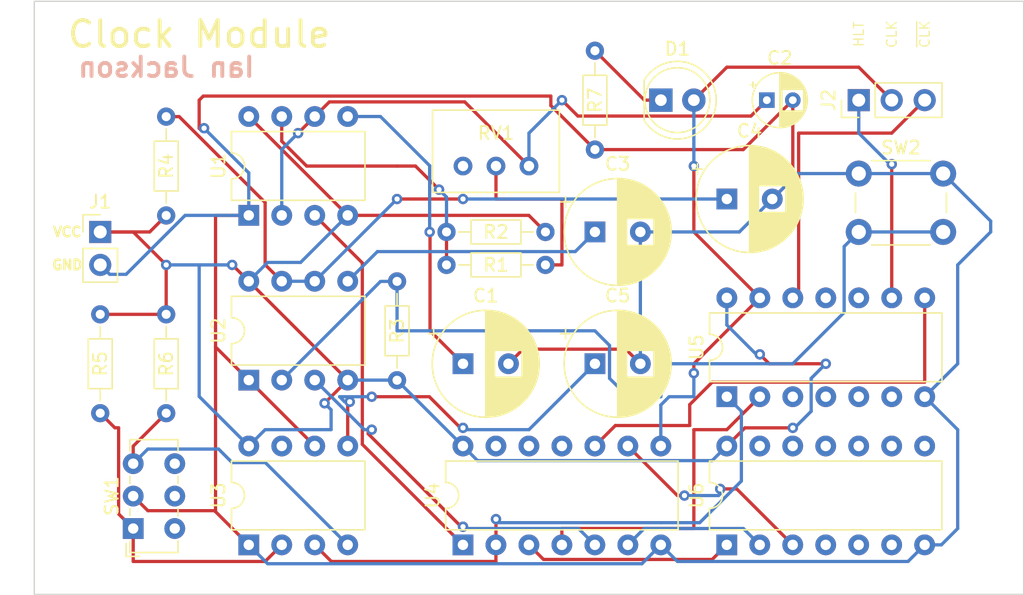
<source format=kicad_pcb>
(kicad_pcb (version 20211014) (generator pcbnew)
  (layers (0 "F.Cu" signal) (31 "B.Cu" signal) (34 "B.Paste" user) (35 "F.Paste" user) (36 "B.SilkS" user "B.Silkscreen") (37 "F.SilkS" user "F.Silkscreen") (38 "B.Mask" user) (39 "F.Mask" user) (44 "Edge.Cuts" user))
  (net 0 "")
  (net 1 "Net-(C1-Pad1)")
  (net 2 "GNDREF")
  (net 3 "Net-(C2-Pad1)")
  (net 4 "Net-(C3-Pad1)")
  (net 5 "Net-(C4-Pad1)")
  (net 6 "Net-(C5-Pad1)")
  (net 7 "Net-(D1-Pad1)")
  (net 8 "/CLK")
  (net 9 "VCC")
  (net 10 "/HLT")
  (net 11 "/~{CLK}")
  (net 12 "Net-(R1-Pad2)")
  (net 13 "Net-(R2-Pad2)")
  (net 14 "Net-(R3-Pad2)")
  (net 15 "Net-(R5-Pad2)")
  (net 16 "Net-(R6-Pad2)")
  (net 18 "Net-(U1-Pad3)")
  (net 19 "Net-(U2-Pad3)")
  (net 20 "Net-(U3-Pad3)")
  (net 22 "Net-(U4-Pad3)")
  (net 23 "Net-(U4-Pad4)")
  (net 24 "Net-(U4-Pad6)")
  (net 25 "Net-(U4-Pad9)")
  (net 26 "Net-(U4-Pad10)")
  (footprint "Resistor_THT:R_Axial_DIN0204_L3.6mm_D1.6mm_P7.62mm_Horizontal" (layer "F.Cu") (at 74.93 76.2 180)
    (fp_text reference "R1" (at 3.81 -2.54) (layer "F.SilkS"))
    (fp_text value "1k")
    (pad "1" thru_hole circle (at 0 0 180) (size 1.4 1.4) (drill 0.7) (layers *.Cu *.Mask) (net 9 "VCC"))
    (pad "2" thru_hole oval (at 7.62 0 180) (size 1.4 1.4) (drill 0.7) (layers *.Cu *.Mask) (net 12 "Net-(R1-Pad2)"))
  )
  (footprint "Package_DIP:DIP-14_W7.62mm" (layer "F.Cu") (at 88.895 100.32 90)
    (fp_text reference "U6" (at 3.81 -2.33 90) (layer "F.SilkS"))
    (fp_text value "74LS32")
    (pad "1" thru_hole rect (at 0 0 90) (size 1.6 1.6) (drill 0.8) (layers *.Cu *.Mask) (net 22 "Net-(U4-Pad3)"))
    (pad "2" thru_hole oval (at 0 2.54 90) (size 1.6 1.6) (drill 0.8) (layers *.Cu *.Mask) (net 24 "Net-(U4-Pad6)"))
    (pad "3" thru_hole oval (at 0 5.08 90) (size 1.6 1.6) (drill 0.8) (layers *.Cu *.Mask) (net 25 "Net-(U4-Pad9)"))
    (pad "4" thru_hole oval (at 0 7.62 90) (size 1.6 1.6) (drill 0.8) (layers *.Cu *.Mask))
    (pad "5" thru_hole oval (at 0 10.16 90) (size 1.6 1.6) (drill 0.8) (layers *.Cu *.Mask))
    (pad "6" thru_hole oval (at 0 12.7 90) (size 1.6 1.6) (drill 0.8) (layers *.Cu *.Mask))
    (pad "7" thru_hole oval (at 0 15.24 90) (size 1.6 1.6) (drill 0.8) (layers *.Cu *.Mask) (net 2 "GNDREF"))
    (pad "8" thru_hole oval (at 7.62 15.24 90) (size 1.6 1.6) (drill 0.8) (layers *.Cu *.Mask))
    (pad "9" thru_hole oval (at 7.62 12.7 90) (size 1.6 1.6) (drill 0.8) (layers *.Cu *.Mask))
    (pad "10" thru_hole oval (at 7.62 10.16 90) (size 1.6 1.6) (drill 0.8) (layers *.Cu *.Mask))
    (pad "11" thru_hole oval (at 7.62 7.62 90) (size 1.6 1.6) (drill 0.8) (layers *.Cu *.Mask))
    (pad "12" thru_hole oval (at 7.62 5.08 90) (size 1.6 1.6) (drill 0.8) (layers *.Cu *.Mask))
    (pad "13" thru_hole oval (at 7.62 2.54 90) (size 1.6 1.6) (drill 0.8) (layers *.Cu *.Mask))
    (pad "14" thru_hole oval (at 7.62 0 90) (size 1.6 1.6) (drill 0.8) (layers *.Cu *.Mask) (net 9 "VCC"))
  )
  (footprint "Resistor_THT:R_Axial_DIN0204_L3.6mm_D1.6mm_P7.62mm_Horizontal" (layer "F.Cu") (at 40.64 82.55 -90)
    (fp_text reference "R5" (at 3.81 0 90) (layer "F.SilkS"))
    (fp_text value "1k")
    (pad "1" thru_hole circle (at 0 0 270) (size 1.4 1.4) (drill 0.7) (layers *.Cu *.Mask) (net 9 "VCC"))
    (pad "2" thru_hole oval (at 7.62 0 270) (size 1.4 1.4) (drill 0.7) (layers *.Cu *.Mask) (net 15 "Net-(R5-Pad2)"))
  )
  (footprint "Capacitor_THT:CP_Radial_D8.0mm_P3.50mm" (layer "F.Cu") (at 88.9 73.66)
    (fp_text reference "C4" (at 1.75 -5.25) (layer "F.SilkS"))
    (fp_text value "0.01µF")
    (pad "1" thru_hole rect (at 0 0) (size 1.6 1.6) (drill 0.8) (layers *.Cu *.Mask) (net 5 "Net-(C4-Pad1)"))
    (pad "2" thru_hole circle (at 3.5 0) (size 1.6 1.6) (drill 0.8) (layers *.Cu *.Mask) (net 2 "GNDREF"))
  )
  (footprint "Package_DIP:DIP-8_W7.62mm" (layer "F.Cu") (at 52.08 100.32 90)
    (fp_text reference "U3" (at 3.81 -2.33 90) (layer "F.SilkS"))
    (fp_text value "LM555xN")
    (pad "1" thru_hole rect (at 0 0 90) (size 1.6 1.6) (drill 0.8) (layers *.Cu *.Mask) (net 2 "GNDREF"))
    (pad "2" thru_hole oval (at 0 2.54 90) (size 1.6 1.6) (drill 0.8) (layers *.Cu *.Mask) (net 15 "Net-(R5-Pad2)"))
    (pad "3" thru_hole oval (at 0 5.08 90) (size 1.6 1.6) (drill 0.8) (layers *.Cu *.Mask) (net 20 "Net-(U3-Pad3)"))
    (pad "4" thru_hole oval (at 0 7.62 90) (size 1.6 1.6) (drill 0.8) (layers *.Cu *.Mask) (net 16 "Net-(R6-Pad2)"))
    (pad "5" thru_hole oval (at 7.62 7.62 90) (size 1.6 1.6) (drill 0.8) (layers *.Cu *.Mask) (net 6 "Net-(C5-Pad1)"))
    (pad "6" thru_hole oval (at 7.62 5.08 90) (size 1.6 1.6) (drill 0.8) (layers *.Cu *.Mask) (net 2 "GNDREF"))
    (pad "7" thru_hole oval (at 7.62 2.54 90) (size 1.6 1.6) (drill 0.8) (layers *.Cu *.Mask))
    (pad "8" thru_hole oval (at 7.62 0 90) (size 1.6 1.6) (drill 0.8) (layers *.Cu *.Mask) (net 9 "VCC"))
  )
  (footprint "Resistor_THT:R_Axial_DIN0204_L3.6mm_D1.6mm_P7.62mm_Horizontal" (layer "F.Cu") (at 45.72 74.93 90)
    (fp_text reference "R4" (at 3.81 0 90) (layer "F.SilkS"))
    (fp_text value "1M")
    (pad "1" thru_hole circle (at 0 0 90) (size 1.4 1.4) (drill 0.7) (layers *.Cu *.Mask) (net 9 "VCC"))
    (pad "2" thru_hole oval (at 7.62 0 90) (size 1.4 1.4) (drill 0.7) (layers *.Cu *.Mask) (net 5 "Net-(C4-Pad1)"))
  )
  (footprint "Connector_PinHeader_2.54mm:PinHeader_1x03_P2.54mm_Vertical" (layer "F.Cu") (at 99.06 66.04 90)
    (fp_text reference "J2" (at 0 -2.33 90) (layer "F.SilkS"))
    (fp_text value "Conn_01x03_Female")
    (pad "1" thru_hole rect (at 0 0 90) (size 1.7 1.7) (drill 1) (layers *.Cu *.Mask) (net 10 "/HLT"))
    (pad "2" thru_hole oval (at 0 2.54 90) (size 1.7 1.7) (drill 1) (layers *.Cu *.Mask) (net 8 "/CLK"))
    (pad "3" thru_hole oval (at 0 5.08 90) (size 1.7 1.7) (drill 1) (layers *.Cu *.Mask) (net 11 "/~{CLK}"))
  )
  (footprint "Package_DIP:DIP-8_W7.62mm" (layer "F.Cu") (at 52.08 87.62 90)
    (fp_text reference "U2" (at 3.81 -2.33 90) (layer "F.SilkS"))
    (fp_text value "LM555xN")
    (pad "1" thru_hole rect (at 0 0 90) (size 1.6 1.6) (drill 0.8) (layers *.Cu *.Mask) (net 2 "GNDREF"))
    (pad "2" thru_hole oval (at 0 2.54 90) (size 1.6 1.6) (drill 0.8) (layers *.Cu *.Mask) (net 14 "Net-(R3-Pad2)"))
    (pad "3" thru_hole oval (at 0 5.08 90) (size 1.6 1.6) (drill 0.8) (layers *.Cu *.Mask) (net 19 "Net-(U2-Pad3)"))
    (pad "4" thru_hole oval (at 0 7.62 90) (size 1.6 1.6) (drill 0.8) (layers *.Cu *.Mask) (net 9 "VCC"))
    (pad "5" thru_hole oval (at 7.62 7.62 90) (size 1.6 1.6) (drill 0.8) (layers *.Cu *.Mask) (net 4 "Net-(C3-Pad1)"))
    (pad "6" thru_hole oval (at 7.62 5.08 90) (size 1.6 1.6) (drill 0.8) (layers *.Cu *.Mask) (net 5 "Net-(C4-Pad1)"))
    (pad "7" thru_hole oval (at 7.62 2.54 90) (size 1.6 1.6) (drill 0.8) (layers *.Cu *.Mask) (net 5 "Net-(C4-Pad1)"))
    (pad "8" thru_hole oval (at 7.62 0 90) (size 1.6 1.6) (drill 0.8) (layers *.Cu *.Mask) (net 9 "VCC"))
  )
  (footprint "Resistor_THT:R_Axial_DIN0204_L3.6mm_D1.6mm_P7.62mm_Horizontal" (layer "F.Cu") (at 67.31 78.74)
    (fp_text reference "R2" (at 3.81 -2.54) (layer "F.SilkS"))
    (fp_text value "1k")
    (pad "1" thru_hole circle (at 0 0) (size 1.4 1.4) (drill 0.7) (layers *.Cu *.Mask) (net 12 "Net-(R1-Pad2)"))
    (pad "2" thru_hole oval (at 7.62 0) (size 1.4 1.4) (drill 0.7) (layers *.Cu *.Mask) (net 13 "Net-(R2-Pad2)"))
  )
  (footprint "Package_DIP:DIP-8_W7.62mm" (layer "F.Cu") (at 52.08 74.92 90)
    (fp_text reference "U1" (at 3.81 -2.33 90) (layer "F.SilkS"))
    (fp_text value "LM555xN")
    (pad "1" thru_hole rect (at 0 0 90) (size 1.6 1.6) (drill 0.8) (layers *.Cu *.Mask) (net 2 "GNDREF"))
    (pad "2" thru_hole oval (at 0 2.54 90) (size 1.6 1.6) (drill 0.8) (layers *.Cu *.Mask) (net 3 "Net-(C2-Pad1)"))
    (pad "3" thru_hole oval (at 0 5.08 90) (size 1.6 1.6) (drill 0.8) (layers *.Cu *.Mask) (net 18 "Net-(U1-Pad3)"))
    (pad "4" thru_hole oval (at 0 7.62 90) (size 1.6 1.6) (drill 0.8) (layers *.Cu *.Mask) (net 9 "VCC"))
    (pad "5" thru_hole oval (at 7.62 7.62 90) (size 1.6 1.6) (drill 0.8) (layers *.Cu *.Mask) (net 1 "Net-(C1-Pad1)"))
    (pad "6" thru_hole oval (at 7.62 5.08 90) (size 1.6 1.6) (drill 0.8) (layers *.Cu *.Mask) (net 3 "Net-(C2-Pad1)"))
    (pad "7" thru_hole oval (at 7.62 2.54 90) (size 1.6 1.6) (drill 0.8) (layers *.Cu *.Mask) (net 12 "Net-(R1-Pad2)"))
    (pad "8" thru_hole oval (at 7.62 0 90) (size 1.6 1.6) (drill 0.8) (layers *.Cu *.Mask) (net 9 "VCC"))
  )
  (footprint "Potentiometer_THT:Potentiometer_Bourns_3299W_Vertical" (layer "F.Cu") (at 68.58 71.12 180)
    (fp_text reference "RV1" (at -2.54 2.54) (layer "F.SilkS"))
    (fp_text value "R_Potentiometer")
    (pad "1" thru_hole circle (at 0 0 180) (size 1.44 1.44) (drill 0.8) (layers *.Cu *.Mask))
    (pad "2" thru_hole circle (at -2.54 0 180) (size 1.44 1.44) (drill 0.8) (layers *.Cu *.Mask) (net 13 "Net-(R2-Pad2)"))
    (pad "3" thru_hole circle (at -5.08 0 180) (size 1.44 1.44) (drill 0.8) (layers *.Cu *.Mask) (net 3 "Net-(C2-Pad1)"))
  )
  (footprint "Connector_PinHeader_2.54mm:PinHeader_1x02_P2.54mm_Vertical" (layer "F.Cu") (at 40.64 76.2)
    (fp_text reference "J1" (at 0 -2.33) (layer "F.SilkS"))
    (fp_text value "Conn_01x02_Female")
    (pad "1" thru_hole rect (at 0 0) (size 1.7 1.7) (drill 1) (layers *.Cu *.Mask) (net 9 "VCC"))
    (pad "2" thru_hole oval (at 0 2.54) (size 1.7 1.7) (drill 1) (layers *.Cu *.Mask) (net 2 "GNDREF"))
  )
  (footprint "Capacitor_THT:CP_Radial_D8.0mm_P3.50mm" (layer "F.Cu") (at 68.58 86.36)
    (fp_text reference "C1" (at 1.75 -5.25) (layer "F.SilkS"))
    (fp_text value "0.01µF")
    (pad "1" thru_hole rect (at 0 0) (size 1.6 1.6) (drill 0.8) (layers *.Cu *.Mask) (net 1 "Net-(C1-Pad1)"))
    (pad "2" thru_hole circle (at 3.5 0) (size 1.6 1.6) (drill 0.8) (layers *.Cu *.Mask) (net 2 "GNDREF"))
  )
  (footprint "LED_THT:LED_D5.0mm" (layer "F.Cu") (at 83.82 66.04)
    (fp_text reference "D1" (at 1.27 -3.96) (layer "F.SilkS"))
    (fp_text value "LED")
    (pad "1" thru_hole rect (at 0 0) (size 1.8 1.8) (drill 0.9) (layers *.Cu *.Mask) (net 7 "Net-(D1-Pad1)"))
    (pad "2" thru_hole circle (at 2.54 0) (size 1.8 1.8) (drill 0.9) (layers *.Cu *.Mask) (net 8 "/CLK"))
  )
  (footprint "Package_DIP:DIP-14_W7.62mm" (layer "F.Cu") (at 88.9 88.9 90)
    (fp_text reference "U5" (at 3.81 -2.33 90) (layer "F.SilkS"))
    (fp_text value "74LS04")
    (pad "1" thru_hole rect (at 0 0 90) (size 1.6 1.6) (drill 0.8) (layers *.Cu *.Mask) (net 20 "Net-(U3-Pad3)"))
    (pad "2" thru_hole oval (at 0 2.54 90) (size 1.6 1.6) (drill 0.8) (layers *.Cu *.Mask) (net 23 "Net-(U4-Pad4)"))
    (pad "3" thru_hole oval (at 0 5.08 90) (size 1.6 1.6) (drill 0.8) (layers *.Cu *.Mask))
    (pad "4" thru_hole oval (at 0 7.62 90) (size 1.6 1.6) (drill 0.8) (layers *.Cu *.Mask))
    (pad "5" thru_hole oval (at 0 10.16 90) (size 1.6 1.6) (drill 0.8) (layers *.Cu *.Mask))
    (pad "6" thru_hole oval (at 0 12.7 90) (size 1.6 1.6) (drill 0.8) (layers *.Cu *.Mask))
    (pad "7" thru_hole oval (at 0 15.24 90) (size 1.6 1.6) (drill 0.8) (layers *.Cu *.Mask) (net 2 "GNDREF"))
    (pad "8" thru_hole oval (at 7.62 15.24 90) (size 1.6 1.6) (drill 0.8) (layers *.Cu *.Mask) (net 26 "Net-(U4-Pad10)"))
    (pad "9" thru_hole oval (at 7.62 12.7 90) (size 1.6 1.6) (drill 0.8) (layers *.Cu *.Mask) (net 10 "/HLT"))
    (pad "10" thru_hole oval (at 7.62 10.16 90) (size 1.6 1.6) (drill 0.8) (layers *.Cu *.Mask))
    (pad "11" thru_hole oval (at 7.62 7.62 90) (size 1.6 1.6) (drill 0.8) (layers *.Cu *.Mask))
    (pad "12" thru_hole oval (at 7.62 5.08 90) (size 1.6 1.6) (drill 0.8) (layers *.Cu *.Mask) (net 11 "/~{CLK}"))
    (pad "13" thru_hole oval (at 7.62 2.54 90) (size 1.6 1.6) (drill 0.8) (layers *.Cu *.Mask) (net 8 "/CLK"))
    (pad "14" thru_hole oval (at 7.62 0 90) (size 1.6 1.6) (drill 0.8) (layers *.Cu *.Mask) (net 9 "VCC"))
  )
  (footprint "Resistor_THT:R_Axial_DIN0204_L3.6mm_D1.6mm_P7.62mm_Horizontal" (layer "F.Cu") (at 45.72 82.55 -90)
    (fp_text reference "R6" (at 3.81 0 90) (layer "F.SilkS"))
    (fp_text value "1k")
    (pad "1" thru_hole circle (at 0 0 270) (size 1.4 1.4) (drill 0.7) (layers *.Cu *.Mask) (net 9 "VCC"))
    (pad "2" thru_hole oval (at 7.62 0 270) (size 1.4 1.4) (drill 0.7) (layers *.Cu *.Mask) (net 16 "Net-(R6-Pad2)"))
  )
  (footprint "Package_DIP:DIP-14_W7.62mm" (layer "F.Cu") (at 68.575 100.32 90)
    (fp_text reference "U4" (at 3.81 -2.33 90) (layer "F.SilkS"))
    (fp_text value "74LS08")
    (pad "1" thru_hole rect (at 0 0 90) (size 1.6 1.6) (drill 0.8) (layers *.Cu *.Mask) (net 18 "Net-(U1-Pad3)"))
    (pad "2" thru_hole oval (at 0 2.54 90) (size 1.6 1.6) (drill 0.8) (layers *.Cu *.Mask) (net 20 "Net-(U3-Pad3)"))
    (pad "3" thru_hole oval (at 0 5.08 90) (size 1.6 1.6) (drill 0.8) (layers *.Cu *.Mask) (net 22 "Net-(U4-Pad3)"))
    (pad "4" thru_hole oval (at 0 7.62 90) (size 1.6 1.6) (drill 0.8) (layers *.Cu *.Mask) (net 23 "Net-(U4-Pad4)"))
    (pad "5" thru_hole oval (at 0 10.16 90) (size 1.6 1.6) (drill 0.8) (layers *.Cu *.Mask) (net 19 "Net-(U2-Pad3)"))
    (pad "6" thru_hole oval (at 0 12.7 90) (size 1.6 1.6) (drill 0.8) (layers *.Cu *.Mask) (net 24 "Net-(U4-Pad6)"))
    (pad "7" thru_hole oval (at 0 15.24 90) (size 1.6 1.6) (drill 0.8) (layers *.Cu *.Mask) (net 2 "GNDREF"))
    (pad "8" thru_hole oval (at 7.62 15.24 90) (size 1.6 1.6) (drill 0.8) (layers *.Cu *.Mask) (net 8 "/CLK"))
    (pad "9" thru_hole oval (at 7.62 12.7 90) (size 1.6 1.6) (drill 0.8) (layers *.Cu *.Mask) (net 25 "Net-(U4-Pad9)"))
    (pad "10" thru_hole oval (at 7.62 10.16 90) (size 1.6 1.6) (drill 0.8) (layers *.Cu *.Mask) (net 26 "Net-(U4-Pad10)"))
    (pad "11" thru_hole oval (at 7.62 7.62 90) (size 1.6 1.6) (drill 0.8) (layers *.Cu *.Mask))
    (pad "12" thru_hole oval (at 7.62 5.08 90) (size 1.6 1.6) (drill 0.8) (layers *.Cu *.Mask))
    (pad "13" thru_hole oval (at 7.62 2.54 90) (size 1.6 1.6) (drill 0.8) (layers *.Cu *.Mask))
    (pad "14" thru_hole oval (at 7.62 0 90) (size 1.6 1.6) (drill 0.8) (layers *.Cu *.Mask) (net 9 "VCC"))
  )
  (footprint "Button_Switch_THT:SW_E-Switch_EG1271_DPDT" (layer "F.Cu") (at 43.18 99.06 90)
    (fp_text reference "SW1" (at 2.5 -1.65 90) (layer "F.SilkS"))
    (fp_text value "SW_DPDT_x2")
    (pad "1" thru_hole rect (at 0 0 90) (size 1.6 1.6) (drill 0.8) (layers *.Cu *.Mask) (net 15 "Net-(R5-Pad2)"))
    (pad "2" thru_hole circle (at 2.5 0 90) (size 1.6 1.6) (drill 0.8) (layers *.Cu *.Mask) (net 2 "GNDREF"))
    (pad "3" thru_hole circle (at 5 0 90) (size 1.6 1.6) (drill 0.8) (layers *.Cu *.Mask) (net 16 "Net-(R6-Pad2)"))
    (pad "4" thru_hole circle (at 0 3.2 90) (size 1.6 1.6) (drill 0.8) (layers *.Cu *.Mask))
    (pad "5" thru_hole circle (at 2.5 3.2 90) (size 1.6 1.6) (drill 0.8) (layers *.Cu *.Mask))
    (pad "6" thru_hole circle (at 5 3.2 90) (size 1.6 1.6) (drill 0.8) (layers *.Cu *.Mask))
  )
  (footprint "Capacitor_THT:CP_Radial_D4.0mm_P2.00mm" (layer "F.Cu") (at 91.98 66.04)
    (fp_text reference "C2" (at 1 -3.25) (layer "F.SilkS"))
    (fp_text value "1µF")
    (pad "1" thru_hole rect (at 0 0) (size 1.2 1.2) (drill 0.6) (layers *.Cu *.Mask) (net 3 "Net-(C2-Pad1)"))
    (pad "2" thru_hole circle (at 2 0) (size 1.2 1.2) (drill 0.6) (layers *.Cu *.Mask) (net 2 "GNDREF"))
  )
  (footprint "Capacitor_THT:CP_Radial_D8.0mm_P3.50mm" (layer "F.Cu") (at 78.74 86.36)
    (fp_text reference "C5" (at 1.75 -5.25) (layer "F.SilkS"))
    (fp_text value "0.01µF")
    (pad "1" thru_hole rect (at 0 0) (size 1.6 1.6) (drill 0.8) (layers *.Cu *.Mask) (net 6 "Net-(C5-Pad1)"))
    (pad "2" thru_hole circle (at 3.5 0) (size 1.6 1.6) (drill 0.8) (layers *.Cu *.Mask) (net 2 "GNDREF"))
  )
  (footprint "Resistor_THT:R_Axial_DIN0204_L3.6mm_D1.6mm_P7.62mm_Horizontal" (layer "F.Cu") (at 63.5 87.63 90)
    (fp_text reference "R3" (at 3.81 0 90) (layer "F.SilkS"))
    (fp_text value "1k")
    (pad "1" thru_hole circle (at 0 0 90) (size 1.4 1.4) (drill 0.7) (layers *.Cu *.Mask) (net 9 "VCC"))
    (pad "2" thru_hole oval (at 7.62 0 90) (size 1.4 1.4) (drill 0.7) (layers *.Cu *.Mask) (net 14 "Net-(R3-Pad2)"))
  )
  (footprint "Button_Switch_THT:SW_PUSH_6mm_H7.3mm" (layer "F.Cu") (at 99.06 71.7)
    (fp_text reference "SW2" (at 3.25 -2) (layer "F.SilkS"))
    (fp_text value "SW_Push")
    (pad "1" thru_hole circle (at 6.5 0 90) (size 2 2) (drill 1.1) (layers *.Cu *.Mask) (net 2 "GNDREF"))
    (pad "1" thru_hole circle (at 0 0 90) (size 2 2) (drill 1.1) (layers *.Cu *.Mask) (net 2 "GNDREF"))
    (pad "2" thru_hole circle (at 6.5 4.5 90) (size 2 2) (drill 1.1) (layers *.Cu *.Mask) (net 14 "Net-(R3-Pad2)"))
    (pad "2" thru_hole circle (at 0 4.5 90) (size 2 2) (drill 1.1) (layers *.Cu *.Mask) (net 14 "Net-(R3-Pad2)"))
  )
  (footprint "Capacitor_THT:CP_Radial_D8.0mm_P3.50mm" (layer "F.Cu") (at 78.74 76.2)
    (fp_text reference "C3" (at 1.75 -5.25) (layer "F.SilkS"))
    (fp_text value "0.01µF")
    (pad "1" thru_hole rect (at 0 0) (size 1.6 1.6) (drill 0.8) (layers *.Cu *.Mask) (net 4 "Net-(C3-Pad1)"))
    (pad "2" thru_hole circle (at 3.5 0) (size 1.6 1.6) (drill 0.8) (layers *.Cu *.Mask) (net 2 "GNDREF"))
  )
  (footprint "Resistor_THT:R_Axial_DIN0204_L3.6mm_D1.6mm_P7.62mm_Horizontal" (layer "F.Cu") (at 78.74 62.23 -90)
    (fp_text reference "R7" (at 3.81 0 90) (layer "F.SilkS"))
    (fp_text value "220")
    (pad "1" thru_hole circle (at 0 0 270) (size 1.4 1.4) (drill 0.7) (layers *.Cu *.Mask) (net 7 "Net-(D1-Pad1)"))
    (pad "2" thru_hole oval (at 7.62 0 270) (size 1.4 1.4) (drill 0.7) (layers *.Cu *.Mask) (net 2 "GNDREF"))
  )
  (gr_line (start 35.56 58.42) (end 111.76 58.42) (layer "Edge.Cuts") (width 0.1))
  (gr_line (start 35.56 104.14) (end 35.56 58.42) (layer "Edge.Cuts") (width 0.1))
  (gr_line (start 111.76 104.14) (end 35.56 104.14) (layer "Edge.Cuts") (width 0.1))
  (gr_line (start 111.76 58.42) (end 111.76 104.14) (layer "Edge.Cuts") (width 0.1))
  (gr_text "Ian Jackson" (at 45.72 63.5) (layer "B.SilkS") (effects (font (size 1.5 1.5) (thickness 0.3)) (justify mirror)))
  (gr_text "Clock Module" (at 48.26 60.96) (layer "F.SilkS") (effects (font (size 2 2) (thickness 0.3))))
  (gr_text "CLK" (at 101.6 60.96 90) (layer "F.SilkS") (effects (font (size 0.75 0.75) (thickness 0.1))))
  (gr_text "VCC" (at 38.1 76.2) (layer "F.SilkS") (effects (font (size 0.75 0.75) (thickness 0.1875))))
  (gr_text "HLT" (at 99.06 60.96 90) (layer "F.SilkS") (effects (font (size 0.75 0.75) (thickness 0.1))))
  (gr_text "~{CLK}" (at 104.14 60.96 90) (layer "F.SilkS") (effects (font (size 0.75 0.75) (thickness 0.1))))
  (gr_text "GND" (at 38.1 78.74) (layer "F.SilkS") (effects (font (size 0.75 0.75) (thickness 0.1875))))
  (segment (start 66.04 83.82) (end 66.04 76.2) (width 0.25) (layer "F.Cu") (net 1))
  (segment (start 68.58 86.36) (end 66.04 83.82) (width 0.25) (layer "F.Cu") (net 1))
  (segment (start 66.04 76.2) (end 66.010497 76.2) (width 0.25) (layer "F.Cu") (net 1))
  (via (at 66.010497 76.2) (size 0.8) (drill 0.4) (layers "F.Cu" "B.Cu") (net 1))
  (segment (start 66.010497 71.090497) (end 62.22 67.3) (width 0.25) (layer "B.Cu") (net 1))
  (segment (start 62.22 67.3) (end 59.7 67.3) (width 0.25) (layer "B.Cu") (net 1))
  (segment (start 66.010497 76.2) (end 66.010497 71.090497) (width 0.25) (layer "B.Cu") (net 1))
  (segment (start 52.08 100.32) (end 49.52 97.76) (width 0.25) (layer "F.Cu") (net 2))
  (segment (start 48.443198 68.396802) (end 48.6373 68.2027) (width 0.25) (layer "F.Cu") (net 2))
  (segment (start 73.205 85.235) (end 72.08 86.36) (width 0.25) (layer "F.Cu") (net 2))
  (segment (start 49.52 74.92) (end 52.08 74.92) (width 0.25) (layer "F.Cu") (net 2))
  (segment (start 49.445 97.685) (end 49.52 97.76) (width 0.25) (layer "F.Cu") (net 2))
  (segment (start 52.08 87.62) (end 57.16 92.7) (width 0.25) (layer "F.Cu") (net 2))
  (segment (start 43.18 96.56) (end 44.305 97.685) (width 0.25) (layer "F.Cu") (net 2))
  (segment (start 93.98 72.08) (end 92.4 73.66) (width 0.25) (layer "F.Cu") (net 2))
  (segment (start 93.98 66.04) (end 90.17 69.85) (width 0.25) (layer "F.Cu") (net 2))
  (segment (start 81.115 85.235) (end 73.205 85.235) (width 0.25) (layer "F.Cu") (net 2))
  (segment (start 90.17 69.85) (end 78.74 69.85) (width 0.25) (layer "F.Cu") (net 2))
  (segment (start 75.345 65.725) (end 48.575 65.725) (width 0.25) (layer "F.Cu") (net 2))
  (segment (start 48.26 68.213604) (end 48.443198 68.396802) (width 0.25) (layer "F.Cu") (net 2))
  (segment (start 48.575 65.725) (end 48.26 66.04) (width 0.25) (layer "F.Cu") (net 2))
  (segment (start 44.305 97.685) (end 49.445 97.685) (width 0.25) (layer "F.Cu") (net 2))
  (segment (start 82.24 86.36) (end 81.115 85.235) (width 0.25) (layer "F.Cu") (net 2))
  (segment (start 52.08 87.62) (end 49.52 85.06) (width 0.25) (layer "F.Cu") (net 2))
  (segment (start 49.52 85.06) (end 49.52 74.92) (width 0.25) (layer "F.Cu") (net 2))
  (segment (start 49.52 97.76) (end 49.52 85.06) (width 0.25) (layer "F.Cu") (net 2))
  (segment (start 48.26 66.04) (end 48.26 68.213604) (width 0.25) (layer "F.Cu") (net 2))
  (segment (start 78.74 69.85) (end 75.345 66.455) (width 0.25) (layer "F.Cu") (net 2))
  (segment (start 75.345 66.455) (end 75.345 65.725) (width 0.25) (layer "F.Cu") (net 2))
  (segment (start 93.98 66.04) (end 93.98 72.08) (width 0.25) (layer "F.Cu") (net 2))
  (via (at 48.6373 68.2027) (size 0.8) (drill 0.4) (layers "F.Cu" "B.Cu") (net 2))
  (segment (start 82.361399 101.773601) (end 53.533601 101.773601) (width 0.25) (layer "B.Cu") (net 2))
  (segment (start 52.08 71.6454) (end 52.08 74.92) (width 0.25) (layer "B.Cu") (net 2))
  (segment (start 106.68 99.06) (end 106.68 91.44) (width 0.25) (layer "B.Cu") (net 2))
  (segment (start 104.135 100.32) (end 105.42 100.32) (width 0.25) (layer "B.Cu") (net 2))
  (segment (start 42.634569 79.465) (end 47.179569 74.92) (width 0.25) (layer "B.Cu") (net 2))
  (segment (start 104.14 88.9) (end 106.68 86.36) (width 0.25) (layer "B.Cu") (net 2))
  (segment (start 40.64 78.74) (end 41.365 79.465) (width 0.25) (layer "B.Cu") (net 2))
  (segment (start 102.855 101.6) (end 85.095 101.6) (width 0.25) (layer "B.Cu") (net 2))
  (segment (start 105.56 71.7) (end 99.06 71.7) (width 0.25) (layer "B.Cu") (net 2))
  (segment (start 106.68 91.44) (end 104.14 88.9) (width 0.25) (layer "B.Cu") (net 2))
  (segment (start 92.4 73.66) (end 89.86 76.2) (width 0.25) (layer "B.Cu") (net 2))
  (segment (start 85.095 101.6) (end 83.815 100.32) (width 0.25) (layer "B.Cu") (net 2))
  (segment (start 89.86 76.2) (end 82.24 76.2) (width 0.25) (layer "B.Cu") (net 2))
  (segment (start 104.135 100.32) (end 102.855 101.6) (width 0.25) (layer "B.Cu") (net 2))
  (segment (start 47.179569 74.92) (end 52.08 74.92) (width 0.25) (layer "B.Cu") (net 2))
  (segment (start 41.365 79.465) (end 42.634569 79.465) (width 0.25) (layer "B.Cu") (net 2))
  (segment (start 99.06 71.7) (end 94.36 71.7) (width 0.25) (layer "B.Cu") (net 2))
  (segment (start 82.24 86.36) (end 82.24 76.2) (width 0.25) (layer "B.Cu") (net 2))
  (segment (start 83.815 100.32) (end 82.361399 101.773601) (width 0.25) (layer "B.Cu") (net 2))
  (segment (start 48.6373 68.2027) (end 52.08 71.6454) (width 0.25) (layer "B.Cu") (net 2))
  (segment (start 94.36 71.7) (end 92.4 73.66) (width 0.25) (layer "B.Cu") (net 2))
  (segment (start 109.22 75.36) (end 105.56 71.7) (width 0.25) (layer "B.Cu") (net 2))
  (segment (start 109.22 76.2) (end 109.22 75.36) (width 0.25) (layer "B.Cu") (net 2))
  (segment (start 106.68 86.36) (end 106.68 78.74) (width 0.25) (layer "B.Cu") (net 2))
  (segment (start 105.42 100.32) (end 106.68 99.06) (width 0.25) (layer "B.Cu") (net 2))
  (segment (start 53.533601 101.773601) (end 52.08 100.32) (width 0.25) (layer "B.Cu") (net 2))
  (segment (start 106.68 78.74) (end 109.22 76.2) (width 0.25) (layer "B.Cu") (net 2))
  (segment (start 90.755 67.265) (end 77.425 67.265) (width 0.25) (layer "F.Cu") (net 3))
  (segment (start 91.98 66.04) (end 90.755 67.265) (width 0.25) (layer "F.Cu") (net 3))
  (segment (start 77.425 67.265) (end 76.2 66.04) (width 0.25) (layer "F.Cu") (net 3))
  (segment (start 73.66 71.12) (end 68.715 66.175) (width 0.25) (layer "F.Cu") (net 3))
  (segment (start 58.285 66.175) (end 57.16 67.3) (width 0.25) (layer "F.Cu") (net 3))
  (segment (start 57.16 67.3) (end 55.88 68.58) (width 0.25) (layer "F.Cu") (net 3))
  (segment (start 68.715 66.175) (end 58.285 66.175) (width 0.25) (layer "F.Cu") (net 3))
  (via (at 76.2 66.04) (size 0.8) (drill 0.4) (layers "F.Cu" "B.Cu") (net 3))
  (via (at 55.88 68.58) (size 0.8) (drill 0.4) (layers "F.Cu" "B.Cu") (net 3))
  (segment (start 73.66 68.58) (end 73.66 71.12) (width 0.25) (layer "B.Cu") (net 3))
  (segment (start 55.88 68.58) (end 54.62 69.84) (width 0.25) (layer "B.Cu") (net 3))
  (segment (start 54.62 69.84) (end 54.62 74.92) (width 0.25) (layer "B.Cu") (net 3))
  (segment (start 76.2 66.04) (end 73.66 68.58) (width 0.25) (layer "B.Cu") (net 3))
  (segment (start 77.225 77.715) (end 61.985 77.715) (width 0.25) (layer "B.Cu") (net 4))
  (segment (start 78.74 76.2) (end 77.225 77.715) (width 0.25) (layer "B.Cu") (net 4))
  (segment (start 61.985 77.715) (end 59.7 80) (width 0.25) (layer "B.Cu") (net 4))
  (segment (start 45.72 67.31) (end 46.72 67.31) (width 0.25) (layer "F.Cu") (net 5))
  (segment (start 46.72 67.31) (end 53.34 73.93) (width 0.25) (layer "F.Cu") (net 5))
  (segment (start 68.58 73.66) (end 63.5 73.66) (width 0.25) (layer "F.Cu") (net 5))
  (segment (start 53.34 73.93) (end 53.34 78.72) (width 0.25) (layer "F.Cu") (net 5))
  (segment (start 53.34 78.72) (end 54.62 80) (width 0.25) (layer "F.Cu") (net 5))
  (via (at 63.5 73.66) (size 0.8) (drill 0.4) (layers "F.Cu" "B.Cu") (net 5))
  (via (at 68.58 73.66) (size 0.8) (drill 0.4) (layers "F.Cu" "B.Cu") (net 5))
  (segment (start 88.9 73.66) (end 68.58 73.66) (width 0.25) (layer "B.Cu") (net 5))
  (segment (start 54.62 80) (end 57.16 80) (width 0.25) (layer "B.Cu") (net 5))
  (segment (start 63.5 73.66) (end 57.16 80) (width 0.25) (layer "B.Cu") (net 5))
  (segment (start 68.383501 91.300508) (end 65.982993 88.9) (width 0.25) (layer "F.Cu") (net 6))
  (segment (start 68.580554 91.300508) (end 68.383501 91.300508) (width 0.25) (layer "F.Cu") (net 6))
  (segment (start 59.857517 89.292918) (end 59.7 89.450435) (width 0.25) (layer "F.Cu") (net 6))
  (segment (start 59.7 89.450435) (end 59.7 92.7) (width 0.25) (layer "F.Cu") (net 6))
  (segment (start 65.982993 88.9) (end 61.275 88.9) (width 0.25) (layer "F.Cu") (net 6))
  (segment (start 61.275 88.9) (end 61.5495 88.9) (width 0.25) (layer "F.Cu") (net 6))
  (via (at 68.580554 91.300508) (size 0.8) (drill 0.4) (layers "F.Cu" "B.Cu") (net 6))
  (via (at 61.5495 88.9) (size 0.8) (drill 0.4) (layers "F.Cu" "B.Cu") (net 6))
  (via (at 59.857517 89.292918) (size 0.8) (drill 0.4) (layers "F.Cu" "B.Cu") (net 6))
  (segment (start 73.66 91.44) (end 68.58 91.44) (width 0.25) (layer "B.Cu") (net 6))
  (segment (start 78.74 86.36) (end 73.66 91.44) (width 0.25) (layer "B.Cu") (net 6))
  (segment (start 68.58 91.44) (end 68.58 91.301062) (width 0.25) (layer "B.Cu") (net 6))
  (segment (start 59.076396 88.9) (end 59.469314 89.292918) (width 0.25) (layer "B.Cu") (net 6))
  (segment (start 59.469314 89.292918) (end 59.857517 89.292918) (width 0.25) (layer "B.Cu") (net 6))
  (segment (start 61.5495 88.9) (end 59.076396 88.9) (width 0.25) (layer "B.Cu") (net 6))
  (segment (start 68.58 91.301062) (end 68.580554 91.300508) (width 0.25) (layer "B.Cu") (net 6))
  (segment (start 82.55 66.04) (end 83.82 66.04) (width 0.25) (layer "F.Cu") (net 7))
  (segment (start 78.74 62.23) (end 82.55 66.04) (width 0.25) (layer "F.Cu") (net 7))
  (segment (start 99.06 63.5) (end 88.9 63.5) (width 0.25) (layer "F.Cu") (net 8))
  (segment (start 101.6 66.04) (end 99.06 63.5) (width 0.25) (layer "F.Cu") (net 8))
  (segment (start 86.36 76.2) (end 86.36 71.12) (width 0.25) (layer "F.Cu") (net 8))
  (segment (start 86.36 86.36) (end 91.44 81.28) (width 0.25) (layer "F.Cu") (net 8))
  (segment (start 91.44 81.28) (end 86.36 76.2) (width 0.25) (layer "F.Cu") (net 8))
  (segment (start 88.9 63.5) (end 86.36 66.04) (width 0.25) (layer "F.Cu") (net 8))
  (segment (start 86.36 87.0845) (end 86.36 86.36) (width 0.25) (layer "F.Cu") (net 8))
  (via (at 86.36 71.12) (size 0.8) (drill 0.4) (layers "F.Cu" "B.Cu") (net 8))
  (via (at 86.36 87.0845) (size 0.8) (drill 0.4) (layers "F.Cu" "B.Cu") (net 8))
  (segment (start 83.815 92.7) (end 83.815 89.541396) (width 0.25) (layer "B.Cu") (net 8))
  (segment (start 86.36 86.81) (end 86.36 87.0845) (width 0.25) (layer "B.Cu") (net 8))
  (segment (start 86.36 88.9) (end 86.36 86.81) (width 0.25) (layer "B.Cu") (net 8))
  (segment (start 84.456396 88.9) (end 86.36 88.9) (width 0.25) (layer "B.Cu") (net 8))
  (segment (start 84.138198 89.218198) (end 84.456396 88.9) (width 0.25) (layer "B.Cu") (net 8))
  (segment (start 83.815 89.541396) (end 84.138198 89.218198) (width 0.25) (layer "B.Cu") (net 8))
  (segment (start 86.36 71.12) (end 86.36 66.04) (width 0.25) (layer "B.Cu") (net 8))
  (segment (start 74.93 76.2) (end 73.65 74.92) (width 0.25) (layer "F.Cu") (net 9))
  (segment (start 57.9177 89.4023) (end 59.7 87.62) (width 0.25) (layer "F.Cu") (net 9))
  (segment (start 90.294492 91.300508) (end 88.895 92.7) (width 0.25) (layer "F.Cu") (net 9))
  (segment (start 93.980554 91.300508) (end 90.294492 91.300508) (width 0.25) (layer "F.Cu") (net 9))
  (segment (start 45.72 82.55) (end 45.72 78.74) (width 0.25) (layer "F.Cu") (net 9))
  (segment (start 43.18 76.2) (end 40.64 76.2) (width 0.25) (layer "F.Cu") (net 9))
  (segment (start 45.72 74.93) (end 44.45 76.2) (width 0.25) (layer "F.Cu") (net 9))
  (segment (start 92.1645 86.36) (end 96.52 86.36) (width 0.25) (layer "F.Cu") (net 9))
  (segment (start 73.65 74.92) (end 59.7 74.92) (width 0.25) (layer "F.Cu") (net 9))
  (segment (start 45.72 78.74) (end 43.18 76.2) (width 0.25) (layer "F.Cu") (net 9))
  (segment (start 44.45 76.2) (end 40.64 76.2) (width 0.25) (layer "F.Cu") (net 9))
  (segment (start 59.7 74.92) (end 52.08 67.3) (width 0.25) (layer "F.Cu") (net 9))
  (segment (start 50.82 78.74) (end 50.8 78.74) (width 0.25) (layer "F.Cu") (net 9))
  (segment (start 59.7 87.62) (end 52.08 80) (width 0.25) (layer "F.Cu") (net 9))
  (segment (start 91.44 85.6355) (end 92.1645 86.36) (width 0.25) (layer "F.Cu") (net 9))
  (segment (start 45.72 82.55) (end 40.64 82.55) (width 0.25) (layer "F.Cu") (net 9))
  (segment (start 52.08 80) (end 50.82 78.74) (width 0.25) (layer "F.Cu") (net 9))
  (via (at 45.72 78.74) (size 0.8) (drill 0.4) (layers "F.Cu" "B.Cu") (net 9))
  (via (at 50.8 78.74) (size 0.8) (drill 0.4) (layers "F.Cu" "B.Cu") (net 9))
  (via (at 96.52 86.36) (size 0.8) (drill 0.4) (layers "F.Cu" "B.Cu") (net 9))
  (via (at 93.980554 91.300508) (size 0.8) (drill 0.4) (layers "F.Cu" "B.Cu") (net 9))
  (via (at 57.9177 89.4023) (size 0.8) (drill 0.4) (layers "F.Cu" "B.Cu") (net 9))
  (via (at 91.44 85.6355) (size 0.8) (drill 0.4) (layers "F.Cu" "B.Cu") (net 9))
  (segment (start 91.44 85.91) (end 91.44 85.6355) (width 0.25) (layer "B.Cu") (net 9))
  (segment (start 63.5 87.63) (end 68.57 92.7) (width 0.25) (layer "B.Cu") (net 9))
  (segment (start 59.7 87.62) (end 63.49 87.62) (width 0.25) (layer "B.Cu") (net 9))
  (segment (start 96.52 86.36) (end 95.395 87.485) (width 0.25) (layer "B.Cu") (net 9))
  (segment (start 52.08 92.7) (end 53.34 91.44) (width 0.25) (layer "B.Cu") (net 9))
  (segment (start 56.073601 78.546399) (end 53.533601 78.546399) (width 0.25) (layer "B.Cu") (net 9))
  (segment (start 52.08 92.7) (end 48.26 88.88) (width 0.25) (layer "B.Cu") (net 9))
  (segment (start 88.9 83.37) (end 91.44 85.91) (width 0.25) (layer "B.Cu") (net 9))
  (segment (start 95.395 90.025) (end 93.98 91.44) (width 0.25) (layer "B.Cu") (net 9))
  (segment (start 53.533601 78.546399) (end 52.08 80) (width 0.25) (layer "B.Cu") (net 9))
  (segment (start 48.26 88.88) (end 48.26 78.74) (width 0.25) (layer "B.Cu") (net 9))
  (segment (start 55.88 91.44) (end 58.42 91.44) (width 0.25) (layer "B.Cu") (net 9))
  (segment (start 68.57 92.7) (end 68.575 92.7) (width 0.25) (layer "B.Cu") (net 9))
  (segment (start 50.8 78.74) (end 45.72 78.74) (width 0.25) (layer "B.Cu") (net 9))
  (segment (start 59.7 74.92) (end 56.073601 78.546399) (width 0.25) (layer "B.Cu") (net 9))
  (segment (start 53.34 91.44) (end 55.88 91.44) (width 0.25) (layer "B.Cu") (net 9))
  (segment (start 88.9 81.28) (end 88.9 83.37) (width 0.25) (layer "B.Cu") (net 9))
  (segment (start 58.42 91.44) (end 58.42 89.9046) (width 0.25) (layer "B.Cu") (net 9))
  (segment (start 93.980554 91.439446) (end 93.980554 91.300508) (width 0.25) (layer "B.Cu") (net 9))
  (segment (start 95.395 87.485) (end 95.395 90.025) (width 0.25) (layer "B.Cu") (net 9))
  (segment (start 69.7 93.825) (end 87.77 93.825) (width 0.25) (layer "B.Cu") (net 9))
  (segment (start 93.98 91.44) (end 93.980554 91.439446) (width 0.25) (layer "B.Cu") (net 9))
  (segment (start 87.77 93.825) (end 88.895 92.7) (width 0.25) (layer "B.Cu") (net 9))
  (segment (start 63.49 87.62) (end 63.5 87.63) (width 0.25) (layer "B.Cu") (net 9))
  (segment (start 58.42 89.9046) (end 57.9177 89.4023) (width 0.25) (layer "B.Cu") (net 9))
  (segment (start 68.575 92.7) (end 69.7 93.825) (width 0.25) (layer "B.Cu") (net 9))
  (segment (start 101.6 70.9755) (end 101.6 81.28) (width 0.25) (layer "F.Cu") (net 10))
  (via (at 101.6 70.9755) (size 0.8) (drill 0.4) (layers "F.Cu" "B.Cu") (net 10))
  (segment (start 99.06 66.04) (end 99.06 68.58) (width 0.25) (layer "B.Cu") (net 10))
  (segment (start 101.6 71.12) (end 101.6 70.9755) (width 0.25) (layer "B.Cu") (net 10))
  (segment (start 99.06 68.58) (end 101.6 71.12) (width 0.25) (layer "B.Cu") (net 10))
  (segment (start 94.43 68.58) (end 94.43 80.83) (width 0.25) (layer "F.Cu") (net 11))
  (segment (start 101.6 68.58) (end 94.43 68.58) (width 0.25) (layer "F.Cu") (net 11))
  (segment (start 104.14 66.04) (end 101.6 68.58) (width 0.25) (layer "F.Cu") (net 11))
  (segment (start 94.43 80.83) (end 93.98 81.28) (width 0.25) (layer "F.Cu") (net 11))
  (segment (start 67.31 76.2) (end 67.31 78.74) (width 0.25) (layer "F.Cu") (net 12))
  (segment (start 63.5 71.12) (end 64.919497 71.12) (width 0.25) (layer "F.Cu") (net 12))
  (segment (start 56.536396 71.12) (end 63.5 71.12) (width 0.25) (layer "F.Cu") (net 12))
  (segment (start 54.62 69.203604) (end 55.88 70.463604) (width 0.25) (layer "F.Cu") (net 12))
  (segment (start 54.62 67.3) (end 54.62 69.203604) (width 0.25) (layer "F.Cu") (net 12))
  (segment (start 64.919497 71.12) (end 66.734997 72.9355) (width 0.25) (layer "F.Cu") (net 12))
  (segment (start 55.88 70.463604) (end 56.536396 71.12) (width 0.25) (layer "F.Cu") (net 12))
  (via (at 66.734997 72.9355) (size 0.8) (drill 0.4) (layers "F.Cu" "B.Cu") (net 12))
  (segment (start 67.31 73.510503) (end 67.31 76.2) (width 0.25) (layer "B.Cu") (net 12))
  (segment (start 66.734997 72.9355) (end 67.31 73.510503) (width 0.25) (layer "B.Cu") (net 12))
  (segment (start 71.12 73.66) (end 71.12 71.12) (width 0.25) (layer "F.Cu") (net 13))
  (segment (start 76.2 73.66) (end 71.12 73.66) (width 0.25) (layer "F.Cu") (net 13))
  (segment (start 74.93 78.74) (end 76.2 78.74) (width 0.25) (layer "F.Cu") (net 13))
  (segment (start 76.2 78.74) (end 76.2 73.66) (width 0.25) (layer "F.Cu") (net 13))
  (segment (start 63.5 83.82) (end 63.5 80.01) (width 0.25) (layer "B.Cu") (net 14))
  (segment (start 97.935 82.405) (end 93.98 86.36) (width 0.25) (layer "B.Cu") (net 14))
  (segment (start 81.28 88.9) (end 79.865 87.485) (width 0.25) (layer "B.Cu") (net 14))
  (segment (start 54.62 87.62) (end 62.23 80.01) (width 0.25) (layer "B.Cu") (net 14))
  (segment (start 99.06 76.2) (end 105.56 76.2) (width 0.25) (layer "B.Cu") (net 14))
  (segment (start 62.23 80.01) (end 63.5 80.01) (width 0.25) (layer "B.Cu") (net 14))
  (segment (start 79.865 87.485) (end 79.865 84.945) (width 0.25) (layer "B.Cu") (net 14))
  (segment (start 83.82 86.36) (end 83.82 88.9) (width 0.25) (layer "B.Cu") (net 14))
  (segment (start 78.74 83.82) (end 63.5 83.82) (width 0.25) (layer "B.Cu") (net 14))
  (segment (start 97.935 77.325) (end 97.935 82.405) (width 0.25) (layer "B.Cu") (net 14))
  (segment (start 79.865 84.945) (end 78.74 83.82) (width 0.25) (layer "B.Cu") (net 14))
  (segment (start 83.82 88.9) (end 81.28 88.9) (width 0.25) (layer "B.Cu") (net 14))
  (segment (start 99.06 76.2) (end 97.935 77.325) (width 0.25) (layer "B.Cu") (net 14))
  (segment (start 93.98 86.36) (end 83.82 86.36) (width 0.25) (layer "B.Cu") (net 14))
  (segment (start 42.055 97.935) (end 43.18 99.06) (width 0.25) (layer "F.Cu") (net 15))
  (segment (start 54.62 100.32) (end 53.34 101.6) (width 0.25) (layer "F.Cu") (net 15))
  (segment (start 41.765 91.295) (end 40.64 90.17) (width 0.25) (layer "F.Cu") (net 15))
  (segment (start 42.055 91.295) (end 41.765 91.295) (width 0.25) (layer "F.Cu") (net 15))
  (segment (start 42.055 91.295) (end 42.055 97.935) (width 0.25) (layer "F.Cu") (net 15))
  (segment (start 53.34 101.6) (end 43.18 101.6) (width 0.25) (layer "F.Cu") (net 15))
  (segment (start 43.18 101.6) (end 43.18 99.06) (width 0.25) (layer "F.Cu") (net 15))
  (segment (start 43.18 92.71) (end 43.18 94.06) (width 0.25) (layer "F.Cu") (net 16))
  (segment (start 45.72 90.17) (end 43.18 92.71) (width 0.25) (layer "F.Cu") (net 16))
  (segment (start 50.8 93.98) (end 49.755 92.935) (width 0.25) (layer "B.Cu") (net 16))
  (segment (start 59.7 100.32) (end 53.36 93.98) (width 0.25) (layer "B.Cu") (net 16))
  (segment (start 44.305 92.935) (end 43.18 94.06) (width 0.25) (layer "B.Cu") (net 16))
  (segment (start 53.36 93.98) (end 50.8 93.98) (width 0.25) (layer "B.Cu") (net 16))
  (segment (start 49.755 92.935) (end 44.305 92.935) (width 0.25) (layer "B.Cu") (net 16))
  (segment (start 60.825 78.585) (end 57.16 74.92) (width 0.25) (layer "F.Cu") (net 18))
  (segment (start 68.575 100.32) (end 60.825 92.57) (width 0.25) (layer "F.Cu") (net 18))
  (segment (start 60.825 92.57) (end 60.825 78.585) (width 0.25) (layer "F.Cu") (net 18))
  (segment (start 68.58 98.920498) (end 68.440498 98.920498) (width 0.25) (layer "F.Cu") (net 19))
  (segment (start 68.440498 98.920498) (end 61.275 91.755) (width 0.25) (layer "F.Cu") (net 19))
  (segment (start 61.275 91.755) (end 61.275 91.44) (width 0.25) (layer "F.Cu") (net 19))
  (segment (start 61.275 91.44) (end 61.5495 91.44) (width 0.25) (layer "F.Cu") (net 19))
  (via (at 61.5495 91.44) (size 0.8) (drill 0.4) (layers "F.Cu" "B.Cu") (net 19))
  (via (at 68.58 98.920498) (size 0.8) (drill 0.4) (layers "F.Cu" "B.Cu") (net 19))
  (segment (start 68.58 99.06) (end 68.58 98.920498) (width 0.25) (layer "B.Cu") (net 19))
  (segment (start 78.735 100.32) (end 77.475 99.06) (width 0.25) (layer "B.Cu") (net 19))
  (segment (start 60.98 91.44) (end 57.16 87.62) (width 0.25) (layer "B.Cu") (net 19))
  (segment (start 77.475 99.06) (end 68.58 99.06) (width 0.25) (layer "B.Cu") (net 19))
  (segment (start 61.5495 91.44) (end 60.98 91.44) (width 0.25) (layer "B.Cu") (net 19))
  (segment (start 71.12 98.3355) (end 71.12 100.315) (width 0.25) (layer "F.Cu") (net 20))
  (segment (start 71.115 101.595) (end 71.12 101.6) (width 0.25) (layer "F.Cu") (net 20))
  (segment (start 71.115 100.32) (end 71.115 101.595) (width 0.25) (layer "F.Cu") (net 20))
  (segment (start 71.12 100.315) (end 71.115 100.32) (width 0.25) (layer "F.Cu") (net 20))
  (segment (start 58.44 101.6) (end 57.16 100.32) (width 0.25) (layer "F.Cu") (net 20))
  (segment (start 71.12 101.6) (end 58.44 101.6) (width 0.25) (layer "F.Cu") (net 20))
  (via (at 71.12 98.3355) (size 0.8) (drill 0.4) (layers "F.Cu" "B.Cu") (net 20))
  (segment (start 90.02 90.02) (end 90.02 95.4) (width 0.25) (layer "B.Cu") (net 20))
  (segment (start 90.02 95.4) (end 86.81 98.61) (width 0.25) (layer "B.Cu") (net 20))
  (segment (start 83.82 98.61) (end 71.12 98.61) (width 0.25) (layer "B.Cu") (net 20))
  (segment (start 86.81 98.61) (end 83.82 98.61) (width 0.25) (layer "B.Cu") (net 20))
  (segment (start 71.12 98.61) (end 71.12 98.3355) (width 0.25) (layer "B.Cu") (net 20))
  (segment (start 88.9 88.9) (end 90.02 90.02) (width 0.25) (layer "B.Cu") (net 20))
  (segment (start 73.655 100.32) (end 74.78 101.445) (width 0.25) (layer "F.Cu") (net 22))
  (segment (start 87.77 101.445) (end 88.895 100.32) (width 0.25) (layer "F.Cu") (net 22))
  (segment (start 74.78 101.445) (end 87.77 101.445) (width 0.25) (layer "F.Cu") (net 22))
  (segment (start 86.36 91.44) (end 88.9 91.44) (width 0.25) (layer "F.Cu") (net 23))
  (segment (start 88.9 91.44) (end 91.44 88.9) (width 0.25) (layer "F.Cu") (net 23))
  (segment (start 86.36 99.06) (end 86.36 91.44) (width 0.25) (layer "F.Cu") (net 23))
  (segment (start 76.195 100.32) (end 76.195 99.065) (width 0.25) (layer "F.Cu") (net 23))
  (segment (start 76.195 99.065) (end 76.2 99.06) (width 0.25) (layer "F.Cu") (net 23))
  (segment (start 76.2 99.06) (end 86.36 99.06) (width 0.25) (layer "F.Cu") (net 23))
  (segment (start 90.175 99.06) (end 91.435 100.32) (width 0.25) (layer "B.Cu") (net 24))
  (segment (start 82.535 99.06) (end 90.175 99.06) (width 0.25) (layer "B.Cu") (net 24))
  (segment (start 81.275 100.32) (end 82.535 99.06) (width 0.25) (layer "B.Cu") (net 24))
  (segment (start 89.6627 96.0077) (end 93.975 100.32) (width 0.25) (layer "F.Cu") (net 25))
  (segment (start 88.3877 96.0077) (end 89.6627 96.0077) (width 0.25) (layer "F.Cu") (net 25))
  (segment (start 81.275 92.7) (end 85.095 96.52) (width 0.25) (layer "F.Cu") (net 25))
  (segment (start 85.095 96.52) (end 85.6355 96.52) (width 0.25) (layer "F.Cu") (net 25))
  (via (at 88.3877 96.0077) (size 0.8) (drill 0.4) (layers "F.Cu" "B.Cu") (net 25))
  (via (at 85.6355 96.52) (size 0.8) (drill 0.4) (layers "F.Cu" "B.Cu") (net 25))
  (segment (start 85.6355 96.52) (end 88.263604 96.52) (width 0.25) (layer "B.Cu") (net 25))
  (segment (start 88.581802 96.201802) (end 88.3877 96.0077) (width 0.25) (layer "B.Cu") (net 25))
  (segment (start 88.263604 96.52) (end 88.581802 96.201802) (width 0.25) (layer "B.Cu") (net 25))
  (segment (start 80.313198 91.121802) (end 78.735 92.7) (width 0.25) (layer "F.Cu") (net 26))
  (segment (start 104.14 87.775) (end 87.775 87.775) (width 0.25) (layer "F.Cu") (net 26))
  (segment (start 104.14 81.28) (end 104.14 87.775) (width 0.25) (layer "F.Cu") (net 26))
  (segment (start 86.041802 89.508198) (end 86.041802 91.121802) (width 0.25) (layer "F.Cu") (net 26))
  (segment (start 87.775 87.775) (end 86.041802 89.508198) (width 0.25) (layer "F.Cu") (net 26))
  (segment (start 86.041802 91.121802) (end 80.313198 91.121802) (width 0.25) (layer "F.Cu") (net 26))
)
</source>
